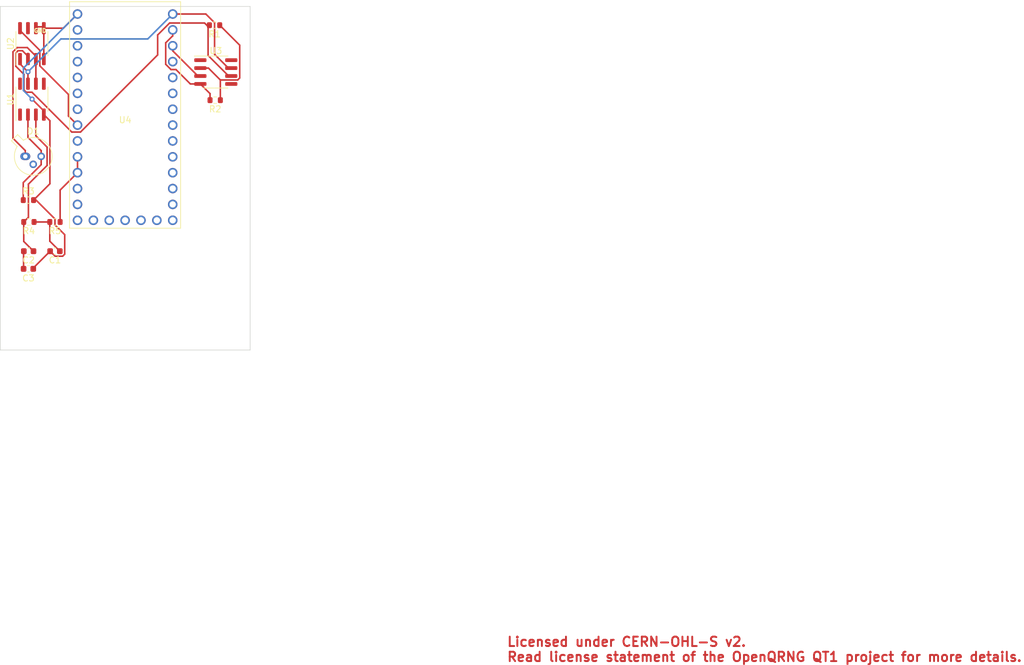
<source format=kicad_pcb>
(kicad_pcb (version 20221018) (generator pcbnew)
  (title_block (title "QT1") (date "2023-02-28") (rev "1.0.") (company "OpenQRNG"))
  (layers (0 "F.Cu" signal) (31 "B.Cu" signal) (34 "B.Paste" user) (35 "F.Paste" user) (36 "B.SilkS" user "B.Silkscreen") (37 "F.SilkS" user "F.Silkscreen") (38 "B.Mask" user) (39 "F.Mask" user) (44 "Edge.Cuts" user))
  (net 0 "")
  (net 1 "Net-(C1-Pad1)")
  (net 2 "GND1")
  (net 3 "Net-(U2-+)")
  (net 4 "Net-(D1-K)")
  (net 5 "Net-(D1-A)")
  (net 6 "Net-(U1-+)")
  (net 7 "Net-(R5-Pad1)")
  (net 8 "Net-(U3--)")
  (net 12 "+3.3V")
  (net 13 "+5V")
  (net 15 "Net-(U2-~{Q})")
  (net 38 "GND3")
  (net 46 "Net-(C2-Pad2)")
  (footprint "Resistor_SMD:R_0603_1608Metric" (layer "F.Cu") (at 124.5 106)
    (fp_text reference "R3" (at 0 -1.43) (layer "F.SilkS"))
    (fp_text value "680")
    (fp_line (start -0.237258 -0.5225) (end 0.237258 -0.5225) (stroke (width 0.12)) (layer "F.SilkS"))
    (fp_line (start -0.237258 0.5225) (end 0.237258 0.5225) (stroke (width 0.12)) (layer "F.SilkS"))
    (pad "1" smd roundrect (at -0.825 0) (size 0.8 0.95) (layers "F.Cu" "F.Paste" "F.Mask") (net 4 "Net-(D1-K)"))
    (pad "2" smd roundrect (at 0.825 0) (size 0.8 0.95) (layers "F.Cu" "F.Paste" "F.Mask") (net 2 "GND1"))
  )
  (footprint "DEV-15583:MODULE_DEV-15583" (layer "F.Cu") (at 139.98 92.72)
    (fp_text reference "U4" (at 0.02 0.45) (layer "F.SilkS"))
    (fp_text value "Teensy 4.0")
    (fp_text user "GND" (at -13.6 -13.85) (layer "F.SilkS") (effects (font (size 0.64 0.64))))
    (fp_line (start -8.89 -18.48) (end 8.89 -18.48) (stroke (width 0.127)) (layer "F.SilkS"))
    (fp_line (start -8.89 17.78) (end -8.89 -18.48) (stroke (width 0.127)) (layer "F.SilkS"))
    (fp_line (start 8.89 -18.48) (end 8.89 17.78) (stroke (width 0.127)) (layer "F.SilkS"))
    (fp_line (start 8.89 17.78) (end -8.89 17.78) (stroke (width 0.127)) (layer "F.SilkS"))
    (pad "0" thru_hole circle (at -7.62 -13.97) (size 1.53 1.53) (drill 1.02) (layers "*.Cu" "*.Mask"))
    (pad "1" thru_hole circle (at -7.62 -11.43) (size 1.53 1.53) (drill 1.02) (layers "*.Cu" "*.Mask"))
    (pad "2" thru_hole circle (at -7.62 -8.89) (size 1.53 1.53) (drill 1.02) (layers "*.Cu" "*.Mask"))
    (pad "3" thru_hole circle (at -7.62 -6.35) (size 1.53 1.53) (drill 1.02) (layers "*.Cu" "*.Mask"))
    (pad "3.3V_1" thru_hole circle (at -2.54 16.51) (size 1.53 1.53) (drill 1.02) (layers "*.Cu" "*.Mask"))
    (pad "3.3V_2" thru_hole circle (at 7.62 -11.43) (size 1.53 1.53) (drill 1.02) (layers "*.Cu" "*.Mask") (net 12 "+3.3V"))
    (pad "4" thru_hole circle (at -7.62 -3.81) (size 1.53 1.53) (drill 1.02) (layers "*.Cu" "*.Mask"))
    (pad "5" thru_hole circle (at -7.62 -1.27) (size 1.53 1.53) (drill 1.02) (layers "*.Cu" "*.Mask"))
    (pad "6" thru_hole circle (at -7.62 1.27) (size 1.53 1.53) (drill 1.02) (layers "*.Cu" "*.Mask") (net 15 "Net-(U2-~{Q})"))
    (pad "7" thru_hole circle (at -7.62 3.81) (size 1.53 1.53) (drill 1.02) (layers "*.Cu" "*.Mask"))
    (pad "8" thru_hole circle (at -7.62 6.35) (size 1.53 1.53) (drill 1.02) (layers "*.Cu" "*.Mask") (net 7 "Net-(R5-Pad1)"))
    (pad "9" thru_hole circle (at -7.62 8.89) (size 1.53 1.53) (drill 1.02) (layers "*.Cu" "*.Mask") (net 7 "Net-(R5-Pad1)"))
    (pad "10" thru_hole circle (at -7.62 11.43) (size 1.53 1.53) (drill 1.02) (layers "*.Cu" "*.Mask"))
    (pad "11" thru_hole circle (at -7.62 13.97) (size 1.53 1.53) (drill 1.02) (layers "*.Cu" "*.Mask"))
    (pad "12" thru_hole circle (at -7.62 16.51) (size 1.53 1.53) (drill 1.02) (layers "*.Cu" "*.Mask"))
    (pad "13" thru_hole circle (at 7.62 16.51) (size 1.53 1.53) (drill 1.02) (layers "*.Cu" "*.Mask"))
    (pad "14" thru_hole circle (at 7.62 13.97) (size 1.53 1.53) (drill 1.02) (layers "*.Cu" "*.Mask"))
    (pad "15" thru_hole circle (at 7.62 11.43) (size 1.53 1.53) (drill 1.02) (layers "*.Cu" "*.Mask"))
    (pad "16" thru_hole circle (at 7.62 8.89) (size 1.53 1.53) (drill 1.02) (layers "*.Cu" "*.Mask"))
    (pad "17" thru_hole circle (at 7.62 6.35) (size 1.53 1.53) (drill 1.02) (layers "*.Cu" "*.Mask"))
    (pad "18" thru_hole circle (at 7.62 3.81) (size 1.53 1.53) (drill 1.02) (layers "*.Cu" "*.Mask"))
    (pad "19" thru_hole circle (at 7.62 1.27) (size 1.53 1.53) (drill 1.02) (layers "*.Cu" "*.Mask"))
    (pad "20" thru_hole circle (at 7.62 -1.27) (size 1.53 1.53) (drill 1.02) (layers "*.Cu" "*.Mask"))
    (pad "21" thru_hole circle (at 7.62 -3.81) (size 1.53 1.53) (drill 1.02) (layers "*.Cu" "*.Mask"))
    (pad "22" thru_hole circle (at 7.62 -6.35) (size 1.53 1.53) (drill 1.02) (layers "*.Cu" "*.Mask"))
    (pad "23" thru_hole circle (at 7.62 -8.89) (size 1.53 1.53) (drill 1.02) (layers "*.Cu" "*.Mask"))
    (pad "G1" thru_hole circle (at -7.62 -16.51) (size 1.53 1.53) (drill 1.02) (layers "*.Cu" "*.Mask") (net 2 "GND1"))
    (pad "G2" thru_hole circle (at 0 16.51) (size 1.53 1.53) (drill 1.02) (layers "*.Cu" "*.Mask"))
    (pad "G3" thru_hole circle (at 7.62 -13.97) (size 1.53 1.53) (drill 1.02) (layers "*.Cu" "*.Mask") (net 38 "GND3"))
    (pad "ON-OFF" thru_hole circle (at 5.08 16.51) (size 1.53 1.53) (drill 1.02) (layers "*.Cu" "*.Mask"))
    (pad "PGM" thru_hole circle (at 2.54 16.51) (size 1.53 1.53) (drill 1.02) (layers "*.Cu" "*.Mask"))
    (pad "VBAT" thru_hole circle (at -5.08 16.51) (size 1.53 1.53) (drill 1.02) (layers "*.Cu" "*.Mask"))
    (pad "VIN" thru_hole circle (at 7.62 -16.51) (size 1.53 1.53) (drill 1.02) (layers "*.Cu" "*.Mask") (net 13 "+5V"))
  )
  (footprint "Capacitor_SMD:C_0603_1608Metric" (layer "F.Cu") (at 124.5 117)
    (fp_text reference "C3" (at 0 1.5) (layer "F.SilkS"))
    (fp_text value "75pF")
    (fp_line (start -0.14058 -0.51) (end 0.14058 -0.51) (stroke (width 0.12)) (layer "F.SilkS"))
    (fp_line (start -0.14058 0.51) (end 0.14058 0.51) (stroke (width 0.12)) (layer "F.SilkS"))
    (pad "1" smd roundrect (at -0.775 0) (size 0.9 0.95) (layers "F.Cu" "F.Paste" "F.Mask") (net 46 "Net-(C2-Pad2)"))
    (pad "2" smd roundrect (at 0.775 0) (size 0.9 0.95) (layers "F.Cu" "F.Paste" "F.Mask") (net 2 "GND1"))
  )
  (footprint "Resistor_SMD:R_0603_1608Metric" (layer "F.Cu") (at 154.3 78 180)
    (fp_text reference "R1" (at 0 -1.43) (layer "F.SilkS"))
    (fp_text value "110")
    (fp_line (start -0.237258 -0.5225) (end 0.237258 -0.5225) (stroke (width 0.12)) (layer "F.SilkS"))
    (fp_line (start -0.237258 0.5225) (end 0.237258 0.5225) (stroke (width 0.12)) (layer "F.SilkS"))
    (pad "1" smd roundrect (at -0.825 0 180) (size 0.8 0.95) (layers "F.Cu" "F.Paste" "F.Mask") (net 8 "Net-(U3--)"))
    (pad "2" smd roundrect (at 0.825 0 180) (size 0.8 0.95) (layers "F.Cu" "F.Paste" "F.Mask") (net 3 "Net-(U2-+)"))
  )
  (footprint "Resistor_SMD:R_0603_1608Metric" (layer "F.Cu") (at 124.575 109.5 180)
    (fp_text reference "R4" (at 0 -1.43) (layer "F.SilkS"))
    (fp_text value "500")
    (fp_line (start -0.237258 -0.5225) (end 0.237258 -0.5225) (stroke (width 0.12)) (layer "F.SilkS"))
    (fp_line (start -0.237258 0.5225) (end 0.237258 0.5225) (stroke (width 0.12)) (layer "F.SilkS"))
    (pad "1" smd roundrect (at -0.825 0 180) (size 0.8 0.95) (layers "F.Cu" "F.Paste" "F.Mask") (net 1 "Net-(C1-Pad1)"))
    (pad "2" smd roundrect (at 0.825 0 180) (size 0.8 0.95) (layers "F.Cu" "F.Paste" "F.Mask") (net 6 "Net-(U1-+)"))
  )
  (footprint "Package_SO:SOIC-8_3.9x4.9mm_P1.27mm" (layer "F.Cu") (at 154.5 85.5)
    (fp_text reference "U3" (at 0 -3.4) (layer "F.SilkS"))
    (fp_text value "MCP601-xSN")
    (fp_line (start 0 -2.56) (end -3.45 -2.56) (stroke (width 0.12)) (layer "F.SilkS"))
    (fp_line (start 0 -2.56) (end 1.95 -2.56) (stroke (width 0.12)) (layer "F.SilkS"))
    (fp_line (start 0 2.56) (end -1.95 2.56) (stroke (width 0.12)) (layer "F.SilkS"))
    (fp_line (start 0 2.56) (end 1.95 2.56) (stroke (width 0.12)) (layer "F.SilkS"))
    (pad "1" smd roundrect (at -2.475 -1.905) (size 1.95 0.6) (layers "F.Cu" "F.Paste" "F.Mask"))
    (pad "2" smd roundrect (at -2.475 -0.635) (size 1.95 0.6) (layers "F.Cu" "F.Paste" "F.Mask") (net 8 "Net-(U3--)"))
    (pad "3" smd roundrect (at -2.475 0.635) (size 1.95 0.6) (layers "F.Cu" "F.Paste" "F.Mask") (net 12 "+3.3V"))
    (pad "4" smd roundrect (at -2.475 1.905) (size 1.95 0.6) (layers "F.Cu" "F.Paste" "F.Mask") (net 38 "GND3"))
    (pad "5" smd roundrect (at 2.475 1.905) (size 1.95 0.6) (layers "F.Cu" "F.Paste" "F.Mask"))
    (pad "6" smd roundrect (at 2.475 0.635) (size 1.95 0.6) (layers "F.Cu" "F.Paste" "F.Mask") (net 3 "Net-(U2-+)"))
    (pad "7" smd roundrect (at 2.475 -0.635) (size 1.95 0.6) (layers "F.Cu" "F.Paste" "F.Mask") (net 13 "+5V"))
    (pad "8" smd roundrect (at 2.475 -1.905) (size 1.95 0.6) (layers "F.Cu" "F.Paste" "F.Mask"))
  )
  (footprint "Package_TO_SOT_THT:TO-18-3" (layer "F.Cu") (at 124 99)
    (fp_text reference "D1" (at 1.27 -4.02) (layer "F.SilkS"))
    (fp_text value "AEY22")
    (fp_line (start -2.214448 -2.494499) (end -1.302281 -1.582331) (stroke (width 0.12)) (layer "F.SilkS"))
    (fp_line (start -1.224499 -3.484448) (end -2.214448 -2.494499) (stroke (width 0.12)) (layer "F.SilkS"))
    (fp_line (start -0.312331 -2.572281) (end -1.224499 -3.484448) (stroke (width 0.12)) (layer "F.SilkS"))
    (fp_arc (start -0.312331 -2.572281) (mid 3.405374 2.135551) (end -1.30215 -1.582544) (stroke (width 0.12)) (layer "F.SilkS"))
    (pad "1" thru_hole oval (at 0 0) (size 1.6 1.2) (drill 0.7) (layers "*.Cu" "*.Mask") (net 5 "Net-(D1-A)"))
    (pad "2" thru_hole oval (at 1.27 1.27) (size 1.2 1.2) (drill 0.7) (layers "*.Cu" "*.Mask"))
    (pad "3" thru_hole oval (at 2.54 0) (size 1.2 1.2) (drill 0.7) (layers "*.Cu" "*.Mask") (net 4 "Net-(D1-K)"))
  )
  (footprint "Resistor_SMD:R_0603_1608Metric" (layer "F.Cu") (at 128.75 109.5 180)
    (fp_text reference "R5" (at 0 -1.43) (layer "F.SilkS"))
    (fp_text value "500")
    (fp_line (start -0.237258 -0.5225) (end 0.237258 -0.5225) (stroke (width 0.12)) (layer "F.SilkS"))
    (fp_line (start -0.237258 0.5225) (end 0.237258 0.5225) (stroke (width 0.12)) (layer "F.SilkS"))
    (pad "1" smd roundrect (at -0.825 0 180) (size 0.8 0.95) (layers "F.Cu" "F.Paste" "F.Mask") (net 7 "Net-(R5-Pad1)"))
    (pad "2" smd roundrect (at 0.825 0 180) (size 0.8 0.95) (layers "F.Cu" "F.Paste" "F.Mask") (net 1 "Net-(C1-Pad1)"))
  )
  (footprint "Resistor_SMD:R_0603_1608Metric" (layer "F.Cu") (at 154.4 90 180)
    (fp_text reference "R2" (at 0 -1.43) (layer "F.SilkS"))
    (fp_text value "1k")
    (fp_line (start -0.237258 -0.5225) (end 0.237258 -0.5225) (stroke (width 0.12)) (layer "F.SilkS"))
    (fp_line (start -0.237258 0.5225) (end 0.237258 0.5225) (stroke (width 0.12)) (layer "F.SilkS"))
    (pad "1" smd roundrect (at -0.825 0 180) (size 0.8 0.95) (layers "F.Cu" "F.Paste" "F.Mask") (net 8 "Net-(U3--)"))
    (pad "2" smd roundrect (at 0.825 0 180) (size 0.8 0.95) (layers "F.Cu" "F.Paste" "F.Mask") (net 38 "GND3"))
  )
  (footprint "Package_SO:SOIC-8_3.9x4.9mm_P1.27mm" (layer "F.Cu") (at 125.06 80.951 90)
    (fp_text reference "U2" (at 0 -3.4 90) (layer "F.SilkS"))
    (fp_text value "AD8561ARZ")
    (fp_line (start 0 -2.56) (end -3.45 -2.56) (stroke (width 0.12)) (layer "F.SilkS"))
    (fp_line (start 0 -2.56) (end 1.95 -2.56) (stroke (width 0.12)) (layer "F.SilkS"))
    (fp_line (start 0 2.56) (end -1.95 2.56) (stroke (width 0.12)) (layer "F.SilkS"))
    (fp_line (start 0 2.56) (end 1.95 2.56) (stroke (width 0.12)) (layer "F.SilkS"))
    (pad "1" smd roundrect (at -2.475 -1.905 90) (size 1.95 0.6) (layers "F.Cu" "F.Paste" "F.Mask") (net 13 "+5V"))
    (pad "2" smd roundrect (at -2.475 -0.635 90) (size 1.95 0.6) (layers "F.Cu" "F.Paste" "F.Mask") (net 3 "Net-(U2-+)"))
    (pad "3" smd roundrect (at -2.475 0.635 90) (size 1.95 0.6) (layers "F.Cu" "F.Paste" "F.Mask") (net 5 "Net-(D1-A)"))
    (pad "4" smd roundrect (at -2.475 1.905 90) (size 1.95 0.6) (layers "F.Cu" "F.Paste" "F.Mask") (net 2 "GND1"))
    (pad "5" smd roundrect (at 2.475 1.905 90) (size 1.95 0.6) (layers "F.Cu" "F.Paste" "F.Mask") (net 2 "GND1"))
    (pad "6" smd roundrect (at 2.475 0.635 90) (size 1.95 0.6) (layers "F.Cu" "F.Paste" "F.Mask") (net 2 "GND1"))
    (pad "7" smd roundrect (at 2.475 -0.635 90) (size 1.95 0.6) (layers "F.Cu" "F.Paste" "F.Mask"))
    (pad "8" smd roundrect (at 2.475 -1.905 90) (size 1.95 0.6) (layers "F.Cu" "F.Paste" "F.Mask") (net 15 "Net-(U2-~{Q})"))
  )
  (footprint "Package_SO:SOIC-8_3.9x4.9mm_P1.27mm" (layer "F.Cu") (at 125.06 89.841 90)
    (fp_text reference "U1" (at 0 -3.4 90) (layer "F.SilkS"))
    (fp_text value "TLE2141CD")
    (fp_line (start 0 -2.56) (end -3.45 -2.56) (stroke (width 0.12)) (layer "F.SilkS"))
    (fp_line (start 0 -2.56) (end 1.95 -2.56) (stroke (width 0.12)) (layer "F.SilkS"))
    (fp_line (start 0 2.56) (end -1.95 2.56) (stroke (width 0.12)) (layer "F.SilkS"))
    (fp_line (start 0 2.56) (end 1.95 2.56) (stroke (width 0.12)) (layer "F.SilkS"))
    (pad "1" smd roundrect (at -2.475 -1.905 90) (size 1.95 0.6) (layers "F.Cu" "F.Paste" "F.Mask"))
    (pad "2" smd roundrect (at -2.475 -0.635 90) (size 1.95 0.6) (layers "F.Cu" "F.Paste" "F.Mask") (net 4 "Net-(D1-K)"))
    (pad "3" smd roundrect (at -2.475 0.635 90) (size 1.95 0.6) (layers "F.Cu" "F.Paste" "F.Mask") (net 6 "Net-(U1-+)"))
    (pad "4" smd roundrect (at -2.475 1.905 90) (size 1.95 0.6) (layers "F.Cu" "F.Paste" "F.Mask") (net 2 "GND1"))
    (pad "5" smd roundrect (at 2.475 1.905 90) (size 1.95 0.6) (layers "F.Cu" "F.Paste" "F.Mask"))
    (pad "6" smd roundrect (at 2.475 0.635 90) (size 1.95 0.6) (layers "F.Cu" "F.Paste" "F.Mask") (net 5 "Net-(D1-A)"))
    (pad "7" smd roundrect (at 2.475 -0.635 90) (size 1.95 0.6) (layers "F.Cu" "F.Paste" "F.Mask") (net 13 "+5V"))
    (pad "8" smd roundrect (at 2.475 -1.905 90) (size 1.95 0.6) (layers "F.Cu" "F.Paste" "F.Mask"))
  )
  (footprint "Capacitor_SMD:C_0603_1608Metric" (layer "F.Cu") (at 128.75 114.179 180)
    (fp_text reference "C1" (at 0 -1.43) (layer "F.SilkS"))
    (fp_text value "50pF")
    (fp_line (start -0.14058 -0.51) (end 0.14058 -0.51) (stroke (width 0.12)) (layer "F.SilkS"))
    (fp_line (start -0.14058 0.51) (end 0.14058 0.51) (stroke (width 0.12)) (layer "F.SilkS"))
    (pad "1" smd roundrect (at -0.775 0 180) (size 0.9 0.95) (layers "F.Cu" "F.Paste" "F.Mask") (net 1 "Net-(C1-Pad1)"))
    (pad "2" smd roundrect (at 0.775 0 180) (size 0.9 0.95) (layers "F.Cu" "F.Paste" "F.Mask") (net 2 "GND1"))
  )
  (footprint "Capacitor_SMD:C_0603_1608Metric" (layer "F.Cu") (at 124.54 114.179 180)
    (fp_text reference "C2" (at 0 -1.43) (layer "F.SilkS"))
    (fp_text value "75pF")
    (fp_line (start -0.14058 -0.51) (end 0.14058 -0.51) (stroke (width 0.12)) (layer "F.SilkS"))
    (fp_line (start -0.14058 0.51) (end 0.14058 0.51) (stroke (width 0.12)) (layer "F.SilkS"))
    (pad "1" smd roundrect (at -0.775 0 180) (size 0.9 0.95) (layers "F.Cu" "F.Paste" "F.Mask") (net 6 "Net-(U1-+)"))
    (pad "2" smd roundrect (at 0.775 0 180) (size 0.9 0.95) (layers "F.Cu" "F.Paste" "F.Mask") (net 46 "Net-(C2-Pad2)"))
  )
  (gr_line (start 160 130) (end 160 75) (stroke (width 0.1)) (layer "Edge.Cuts"))
  (gr_line (start 120 130) (end 160 130) (stroke (width 0.1)) (layer "Edge.Cuts"))
  (gr_line (start 120 75) (end 120 130) (stroke (width 0.1)) (layer "Edge.Cuts"))
  (gr_line (start 160 75) (end 120 75) (stroke (width 0.1)) (layer "Edge.Cuts"))
  (gr_text "Licensed under CERN-OHL-S v2.\nRead license statement of the OpenQRNG QT1 project for more details." (at 201 180) (layer "F.Cu") (effects (font (size 1.5 1.5) (thickness 0.3) bold) (justify left bottom)))
  (segment (start 127.925 109.5) (end 125.4 109.5) (width 0.25) (layer "F.Cu") (net 1))
  (segment (start 129.525 114.179) (end 127.925 112.579) (width 0.25) (layer "F.Cu") (net 1))
  (segment (start 127.925 112.579) (end 127.925 109.5) (width 0.25) (layer "F.Cu") (net 1))
  (segment (start 125.5244 105.8006) (end 128.7501 109.0263) (width 0.25) (layer "F.Cu") (net 2))
  (segment (start 125.695 78.2572) (end 125.695 78.476) (width 0.25) (layer "F.Cu") (net 2))
  (segment (start 126.7462 78.2572) (end 126.965 78.476) (width 0.25) (layer "F.Cu") (net 2))
  (segment (start 125.5244 105.8006) (end 125.325 106) (width 0.25) (layer "F.Cu") (net 2))
  (segment (start 125.0829 89.8329) (end 126.965 91.715) (width 0.25) (layer "F.Cu") (net 2))
  (segment (start 126.965 92.316) (end 127.9393 93.2903) (width 0.25) (layer "F.Cu") (net 2))
  (segment (start 129.9821 114.9801) (end 128.7761 114.9801) (width 0.25) (layer "F.Cu") (net 2))
  (segment (start 127.9393 103.3857) (end 125.5244 105.8006) (width 0.25) (layer "F.Cu") (net 2))
  (segment (start 125.275 116.879) (end 127.975 114.179) (width 0.25) (layer "F.Cu") (net 2))
  (segment (start 128.7761 114.9801) (end 127.975 114.179) (width 0.25) (layer "F.Cu") (net 2))
  (segment (start 126.965 91.715) (end 126.965 92.316) (width 0.25) (layer "F.Cu") (net 2))
  (segment (start 125.695 78.2572) (end 126.7462 78.2572) (width 0.25) (layer "F.Cu") (net 2))
  (segment (start 126.965 78.476) (end 130.094 78.476) (width 0.25) (layer "F.Cu") (net 2))
  (segment (start 125.275 117) (end 125.275 116.879) (width 0.25) (layer "F.Cu") (net 2))
  (segment (start 128.7501 109.0263) (end 128.7501 109.9768) (width 0.25) (layer "F.Cu") (net 2))
  (segment (start 130.094 78.476) (end 132.36 76.21) (width 0.25) (layer "F.Cu") (net 2))
  (segment (start 126.965 78.476) (end 126.965 82.9931) (width 0.25) (layer "F.Cu") (net 2))
  (segment (start 127.9393 93.2903) (end 127.9393 103.3857) (width 0.25) (layer "F.Cu") (net 2))
  (segment (start 126.965 83.426) (end 126.965 82.9931) (width 0.25) (layer "F.Cu") (net 2))
  (segment (start 130.3074 111.5341) (end 130.3074 114.6548) (width 0.25) (layer "F.Cu") (net 2))
  (segment (start 128.7501 109.9768) (end 130.3074 111.5341) (width 0.25) (layer "F.Cu") (net 2))
  (segment (start 130.3074 114.6548) (end 129.9821 114.9801) (width 0.25) (layer "F.Cu") (net 2))
  (segment (start 125.695 78.0385) (end 125.695 78.2572) (width 0.25) (layer "F.Cu") (net 2))
  (via (at 125.0829 89.8329) (size 0.8) (drill 0.4) (layers "F.Cu" "B.Cu") (net 2))
  (segment (start 123.702 88.452) (end 125.0829 89.8329) (width 0.25) (layer "B.Cu") (net 2))
  (segment (start 123.702 84.868) (end 123.702 88.452) (width 0.25) (layer "B.Cu") (net 2))
  (segment (start 132.36 76.21) (end 123.702 84.868) (width 0.25) (layer "B.Cu") (net 2))
  (segment (start 123.79 88.3801) (end 124.1379 88.728) (width 0.25) (layer "F.Cu") (net 3))
  (segment (start 122.4799 82.4418) (end 122.4799 84.5689) (width 0.25) (layer "F.Cu") (net 3))
  (segment (start 122.4799 84.5689) (end 123.79 85.879) (width 0.25) (layer "F.Cu") (net 3))
  (segment (start 156.5535 86.135) (end 156.975 86.135) (width 0.25) (layer "F.Cu") (net 3))
  (segment (start 124.425 82.9691) (end 124.425 82.5122) (width 0.25) (layer "F.Cu") (net 3))
  (segment (start 124.425 83.426) (end 124.425 82.9691) (width 0.25) (layer "F.Cu") (net 3))
  (segment (start 123.5377 82.0818) (end 122.8399 82.0818) (width 0.25) (layer "F.Cu") (net 3))
  (segment (start 123.79 85.879) (end 123.79 88.3801) (width 0.25) (layer "F.Cu") (net 3))
  (segment (start 153.262 78.2125) (end 153.262 82.8435) (width 0.25) (layer "F.Cu") (net 3))
  (segment (start 131.4422 95.107) (end 132.8371 95.107) (width 0.25) (layer "F.Cu") (net 3))
  (segment (start 124.1379 88.728) (end 125.0632 88.728) (width 0.25) (layer "F.Cu") (net 3))
  (segment (start 122.8399 82.0818) (end 122.4799 82.4418) (width 0.25) (layer "F.Cu") (net 3))
  (segment (start 147.1009 77.6517) (end 152.7012 77.6517) (width 0.25) (layer "F.Cu") (net 3))
  (segment (start 125.0632 88.728) (end 131.4422 95.107) (width 0.25) (layer "F.Cu") (net 3))
  (segment (start 152.7012 77.6517) (end 153.262 78.2125) (width 0.25) (layer "F.Cu") (net 3))
  (segment (start 124.425 82.9691) (end 123.5377 82.0818) (width 0.25) (layer "F.Cu") (net 3))
  (segment (start 132.8371 95.107) (end 145.186 82.7581) (width 0.25) (layer "F.Cu") (net 3))
  (segment (start 153.262 78.2125) (end 153.475 78) (width 0.25) (layer "F.Cu") (net 3))
  (segment (start 153.262 82.8435) (end 156.5535 86.135) (width 0.25) (layer "F.Cu") (net 3))
  (segment (start 145.186 82.7581) (end 145.186 79.5666) (width 0.25) (layer "F.Cu") (net 3))
  (segment (start 145.186 79.5666) (end 147.1009 77.6517) (width 0.25) (layer "F.Cu") (net 3))
  (segment (start 126.54 98.0749) (end 124.425 95.9599) (width 0.25) (layer "F.Cu") (net 4))
  (segment (start 123.675 103.1961) (end 123.675 106) (width 0.25) (layer "F.Cu") (net 4))
  (segment (start 126.54 100.3311) (end 123.675 103.1961) (width 0.25) (layer "F.Cu") (net 4))
  (segment (start 124.425 95.9599) (end 124.425 92.316) (width 0.25) (layer "F.Cu") (net 4))
  (segment (start 126.54 99) (end 126.54 100.3311) (width 0.25) (layer "F.Cu") (net 4))
  (segment (start 126.54 99) (end 126.54 98.0749) (width 0.25) (layer "F.Cu") (net 4))
  (segment (start 124.3208 81.5803) (end 122.7048 81.5803) (width 0.25) (layer "F.Cu") (net 5))
  (segment (start 125.695 82.9545) (end 124.3208 81.5803) (width 0.25) (layer "F.Cu") (net 5))
  (segment (start 122.7048 81.5803) (end 122.0298 82.2553) (width 0.25) (layer "F.Cu") (net 5))
  (segment (start 125.695 83.426) (end 125.695 87.366) (width 0.25) (layer "F.Cu") (net 5))
  (segment (start 122.0298 96.1047) (end 124 98.0749) (width 0.25) (layer "F.Cu") (net 5))
  (segment (start 122.0298 82.2553) (end 122.0298 96.1047) (width 0.25) (layer "F.Cu") (net 5))
  (segment (start 125.695 83.426) (end 125.695 82.9545) (width 0.25) (layer "F.Cu") (net 5))
  (segment (start 124 99) (end 124 98.0749) (width 0.25) (layer "F.Cu") (net 5))
  (segment (start 127.4891 97.5155) (end 127.4891 100.456) (width 0.25) (layer "F.Cu") (net 6))
  (segment (start 123.75 112.614) (end 125.315 114.179) (width 0.25) (layer "F.Cu") (net 6))
  (segment (start 123.75 109.5) (end 123.75 112.614) (width 0.25) (layer "F.Cu") (net 6))
  (segment (start 125.695 92.316) (end 125.695 95.7214) (width 0.25) (layer "F.Cu") (net 6))
  (segment (start 124.5 103.4451) (end 124.5 108.75) (width 0.25) (layer "F.Cu") (net 6))
  (segment (start 127.4891 100.456) (end 124.5 103.4451) (width 0.25) (layer "F.Cu") (net 6))
  (segment (start 125.695 95.7214) (end 127.4891 97.5155) (width 0.25) (layer "F.Cu") (net 6))
  (segment (start 124.5 108.75) (end 123.75 109.5) (width 0.25) (layer "F.Cu") (net 6))
  (segment (start 132.36 101.61) (end 129.575 104.395) (width 0.25) (layer "F.Cu") (net 7))
  (segment (start 132.36 99.07) (end 132.36 101.61) (width 0.25) (layer "F.Cu") (net 7))
  (segment (start 129.575 104.395) (end 129.575 109.5) (width 0.25) (layer "F.Cu") (net 7))
  (segment (start 158.3223 86.4513) (end 158.3223 81.1973) (width 0.25) (layer "F.Cu") (net 8))
  (segment (start 158.0036 86.77) (end 158.3223 86.4513) (width 0.25) (layer "F.Cu") (net 8))
  (segment (start 155.225 86.77) (end 158.0036 86.77) (width 0.25) (layer "F.Cu") (net 8))
  (segment (start 152.025 84.865) (end 153.32 84.865) (width 0.25) (layer "F.Cu") (net 8))
  (segment (start 155.225 86.77) (end 155.225 90) (width 0.25) (layer "F.Cu") (net 8))
  (segment (start 158.3223 81.1973) (end 155.125 78) (width 0.25) (layer "F.Cu") (net 8))
  (segment (start 153.32 84.865) (end 155.225 86.77) (width 0.25) (layer "F.Cu") (net 8))
  (segment (start 147.6 82.0998) (end 147.6 81.29) (width 0.25) (layer "F.Cu") (net 12))
  (segment (start 152.025 86.135) (end 151.6352 86.135) (width 0.25) (layer "F.Cu") (net 12))
  (segment (start 151.6352 86.135) (end 147.6 82.0998) (width 0.25) (layer "F.Cu") (net 12))
  (segment (start 124.425 86.691) (end 124.425 85.467) (width 0.25) (layer "F.Cu") (net 13))
  (segment (start 123.155 84.197) (end 124.425 85.467) (width 0.25) (layer "F.Cu") (net 13))
  (segment (start 156.5099 84.865) (end 154.3 82.6551) (width 0.25) (layer "F.Cu") (net 13))
  (segment (start 124.425 87.366) (end 124.425 86.691) (width 0.25) (layer "F.Cu") (net 13))
  (segment (start 156.975 84.865) (end 156.5099 84.865) (width 0.25) (layer "F.Cu") (net 13))
  (segment (start 154.3 77.6049) (end 152.9051 76.21) (width 0.25) (layer "F.Cu") (net 13))
  (segment (start 152.9051 76.21) (end 147.6 76.21) (width 0.25) (layer "F.Cu") (net 13))
  (segment (start 154.3 82.6551) (end 154.3 77.6049) (width 0.25) (layer "F.Cu") (net 13))
  (segment (start 124.425 85.467) (end 124.4272 85.467) (width 0.25) (layer "F.Cu") (net 13))
  (segment (start 123.155 83.426) (end 123.155 84.197) (width 0.25) (layer "F.Cu") (net 13))
  (via (at 124.4272 85.467) (size 0.8) (drill 0.4) (layers "F.Cu" "B.Cu") (net 13))
  (segment (start 129.6944 80.1998) (end 143.6102 80.1998) (width 0.25) (layer "B.Cu") (net 13))
  (segment (start 143.6102 80.1998) (end 147.6 76.21) (width 0.25) (layer "B.Cu") (net 13))
  (segment (start 124.4272 85.467) (end 129.6944 80.1998) (width 0.25) (layer "B.Cu") (net 13))
  (segment (start 130.9102 92.5402) (end 132.36 93.99) (width 0.25) (layer "F.Cu") (net 15))
  (segment (start 123.155 78.8537) (end 126.33 82.0287) (width 0.25) (layer "F.Cu") (net 15))
  (segment (start 126.33 82.0287) (end 126.33 84.5087) (width 0.25) (layer "F.Cu") (net 15))
  (segment (start 126.33 84.5087) (end 130.9102 89.0889) (width 0.25) (layer "F.Cu") (net 15))
  (segment (start 123.155 78.476) (end 123.155 78.8537) (width 0.25) (layer "F.Cu") (net 15))
  (segment (start 130.9102 89.0889) (end 130.9102 92.5402) (width 0.25) (layer "F.Cu") (net 15))
  (segment (start 147.6 79.58) (end 147.6 79.6971) (width 0.25) (layer "F.Cu") (net 38))
  (segment (start 147.6 79.6971) (end 147.6 79.7362) (width 0.25) (layer "F.Cu") (net 38))
  (segment (start 153.575 88.955) (end 153.575 90) (width 0.25) (layer "F.Cu") (net 38))
  (segment (start 147.6 79.58) (end 147.6 78.75) (width 0.25) (layer "F.Cu") (net 38))
  (segment (start 148.1198 85.1) (end 150.4248 87.405) (width 0.25) (layer "F.Cu") (net 38))
  (segment (start 150.4248 87.405) (end 152.025 87.405) (width 0.25) (layer "F.Cu") (net 38))
  (segment (start 152.025 87.405) (end 153.575 88.955) (width 0.25) (layer "F.Cu") (net 38))
  (segment (start 146.4751 84.2525) (end 147.3226 85.1) (width 0.25) (layer "F.Cu") (net 38))
  (segment (start 147.6 79.6971) (end 146.4751 80.822) (width 0.25) (layer "F.Cu") (net 38))
  (segment (start 147.3226 85.1) (end 148.1198 85.1) (width 0.25) (layer "F.Cu") (net 38))
  (segment (start 146.4751 80.822) (end 146.4751 84.2525) (width 0.25) (layer "F.Cu") (net 38))
  (segment (start 123.765 114.179) (end 123.725 114.219) (width 0.25) (layer "F.Cu") (net 46))
  (segment (start 123.725 114.219) (end 123.725 117) (width 0.25) (layer "F.Cu") (net 46))
)
</source>
